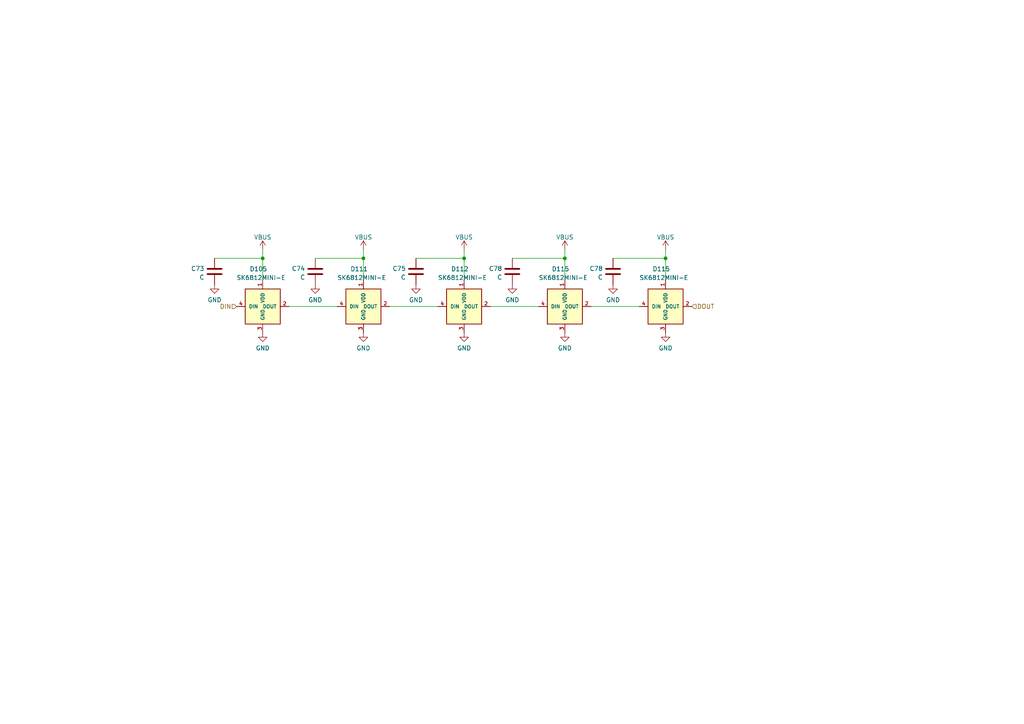
<source format=kicad_sch>
(kicad_sch (version 20230121) (generator eeschema)
  (paper "A4")
  (title_block (title "simplyKeeb-S60") (date "2022-12-18") (rev "2.0") (comment 1 "Designed by Gerrit 'Geaz' Gazic"))
  (lib_symbols
    (symbol "Device:C" (pin_numbers hide) (pin_names (offset 0.254))
      (property "Reference" "C" (at 0.635 2.54 0))
      (property "Value" "C" (at 0.635 -2.54 0))
      (symbol "C_0_1"
        (polyline (pts (xy -2.032 -0.762) (xy 2.032 -0.762)) (stroke (width 0.508)))
        (polyline (pts (xy -2.032 0.762) (xy 2.032 0.762)) (stroke (width 0.508)))
      )
      (symbol "C_1_1"
        (pin passive line (at 0 3.81 270) (length 2.794) (name "~") (number "1"))
        (pin passive line (at 0 -3.81 90) (length 2.794) (name "~") (number "2"))
      )
    )
    (symbol "power:GND" (power) (pin_names (offset 0))
      (property "Value" "GND" (at 0 -3.81 0))
      (symbol "GND_0_1"
        (polyline (pts (xy 0 0) (xy 0 -1.27) (xy 1.27 -1.27) (xy 0 -2.54) (xy -1.27 -1.27) (xy 0 -1.27)))
      )
      (symbol "GND_1_1"
        (pin power_in line (at 0 0 270) (length 0) hide (name "GND") (number "1"))
      )
    )
    (symbol "power:VBUS" (power) (pin_names (offset 0))
      (property "Value" "VBUS" (at 0 3.81 0))
      (symbol "VBUS_0_1"
        (polyline (pts (xy -0.762 1.27) (xy 0 2.54)))
        (polyline (pts (xy 0 0) (xy 0 2.54)))
        (polyline (pts (xy 0 2.54) (xy 0.762 1.27)))
      )
      (symbol "VBUS_1_1"
        (pin power_in line (at 0 0 90) (length 0) hide (name "VBUS") (number "1"))
      )
    )
    (symbol "simplyKeeb:SK6812MINI-E" (pin_names (offset 1.016))
      (property "Reference" "D" (at -3.81 8.89 0))
      (property "Value" "SK6812MINI-E" (at -7.62 6.35 0))
      (symbol "SK6812MINI-E_0_0"
        (rectangle (start -5.08 3.81) (end 5.08 -6.35) (stroke (width 0.254)) (fill (type background)))
        (pin power_in line (at 0 6.35 270) (length 2.54) (name "VDD") (number "1"))
        (pin output line (at 7.62 -1.27 180) (length 2.54) (name "DOUT") (number "2"))
        (pin power_in line (at 0 -8.89 90) (length 2.54) (name "GND") (number "3"))
        (pin input line (at -7.62 -1.27 0) (length 2.54) (name "DIN") (number "4"))
      )
    )
  )
  (junction (at 134.62 74.93))
  (junction (at 163.83 74.93))
  (junction (at 193.04 74.93))
  (junction (at 76.2 74.93))
  (junction (at 105.41 74.93))
  (wire (pts (xy 76.2 74.93) (xy 76.2 81.28)))
  (wire (pts (xy 163.83 72.39) (xy 163.83 74.93)))
  (wire (pts (xy 76.2 72.39) (xy 76.2 74.93)))
  (wire (pts (xy 105.41 72.39) (xy 105.41 74.93)))
  (wire (pts (xy 193.04 74.93) (xy 177.8 74.93)))
  (wire (pts (xy 76.2 74.93) (xy 62.23 74.93)))
  (wire (pts (xy 105.41 74.93) (xy 91.44 74.93)))
  (wire (pts (xy 134.62 74.93) (xy 134.62 81.28)))
  (wire (pts (xy 193.04 74.93) (xy 193.04 81.28)))
  (wire (pts (xy 163.83 74.93) (xy 148.59 74.93)))
  (wire (pts (xy 142.24 88.9) (xy 156.21 88.9)))
  (wire (pts (xy 134.62 74.93) (xy 120.65 74.93)))
  (wire (pts (xy 163.83 74.93) (xy 163.83 81.28)))
  (wire (pts (xy 105.41 74.93) (xy 105.41 81.28)))
  (wire (pts (xy 83.82 88.9) (xy 97.79 88.9)))
  (wire (pts (xy 113.03 88.9) (xy 127 88.9)))
  (wire (pts (xy 193.04 72.39) (xy 193.04 74.93)))
  (wire (pts (xy 171.45 88.9) (xy 185.42 88.9)))
  (wire (pts (xy 134.62 72.39) (xy 134.62 74.93)))
  (hierarchical_label "DOUT" (shape input) (at 200.66 88.9 0))
  (hierarchical_label "DIN" (shape input) (at 68.58 88.9 180))
  (symbol (lib_id "power:GND") (at 177.8 82.55 0) (unit 1)
    (property "Reference" "#PWR0208" (effects hide))
    (property "Value" "GND" (at 177.8 86.9934 0))
    (instances (project "simplyKeeb-S60c" (path "" (reference "#PWR0208") (unit 1)) (path "" (reference "#PWR0226") (unit 1)) (path "" (reference "#PWR0244") (unit 1)) (path "" (reference "#PWR0262") (unit 1)) (path "" (reference "#PWR0280") (unit 1)) (path "" (reference "#PWR042") (unit 1)) (path "" (reference "#PWR060") (unit 1)) (path "" (reference "#PWR078") (unit 1)) (path "" (reference "#PWR096") (unit 1)) (path "" (reference "#PWR0118") (unit 1)) (path "" (reference "#PWR0131") (unit 1)) (path "" (reference "#PWR0143") (unit 1)) (path "" (reference "#PWR0155") (unit 1)) (path "" (reference "#PWR0269") (unit 1)) (path "" (reference "#PWR0281") (unit 1)) (path "" (reference "#PWR0293") (unit 1)) (path "" (reference "#PWR0347") (unit 1)) (path "" (reference "#PWR0344") (unit 1))))
  )
  (symbol (lib_id "simplyKeeb:SK6812MINI-E") (at 193.04 87.63 0) (unit 1)
    (property "Reference" "D115" (at 189.23 78.74 0) (effects (justify left bottom)))
    (property "Value" "SK6812MINI-E" (at 185.42 81.28 0) (effects (justify left bottom)))
    (property "Footprint" "simplyKeeb:Choc_SK6812MINI-E" (effects hide))
    (instances (project "simplyKeeb-S60c" (path "" (reference "D115") (unit 1)) (path "" (reference "D126") (unit 1)) (path "" (reference "D132") (unit 1)) (path "" (reference "D138") (unit 1)) (path "" (reference "D144") (unit 1)) (path "" (reference "D11") (unit 1)) (path "" (reference "D22") (unit 1)) (path "" (reference "D33") (unit 1)) (path "" (reference "D44") (unit 1)) (path "" (reference "D55") (unit 1)) (path "" (reference "D94") (unit 1)) (path "" (reference "D98") (unit 1)) (path "" (reference "D102") (unit 1)) (path "" (reference "D140") (unit 1)) (path "" (reference "D144") (unit 1)) (path "" (reference "D148") (unit 1)) (path "" (reference "D166") (unit 1)) (path "" (reference "D165") (unit 1))))
  )
  (symbol (lib_id "power:GND") (at 148.59 82.55 0) (unit 1)
    (property "Reference" "#PWR0208" (effects hide))
    (property "Value" "GND" (at 148.59 86.9934 0))
    (instances (project "simplyKeeb-S60c" (path "" (reference "#PWR0208") (unit 1)) (path "" (reference "#PWR0226") (unit 1)) (path "" (reference "#PWR0244") (unit 1)) (path "" (reference "#PWR0262") (unit 1)) (path "" (reference "#PWR0280") (unit 1)) (path "" (reference "#PWR042") (unit 1)) (path "" (reference "#PWR060") (unit 1)) (path "" (reference "#PWR078") (unit 1)) (path "" (reference "#PWR096") (unit 1)) (path "" (reference "#PWR0118") (unit 1)) (path "" (reference "#PWR0131") (unit 1)) (path "" (reference "#PWR0143") (unit 1)) (path "" (reference "#PWR0155") (unit 1)) (path "" (reference "#PWR0269") (unit 1)) (path "" (reference "#PWR0281") (unit 1)) (path "" (reference "#PWR0293") (unit 1)) (path "" (reference "#PWR0341") (unit 1)) (path "" (reference "#PWR0185") (unit 1))))
  )
  (symbol (lib_id "simplyKeeb:SK6812MINI-E") (at 105.41 87.63 0) (unit 1)
    (property "Reference" "D111" (at 101.6 78.74 0) (effects (justify left bottom)))
    (property "Value" "SK6812MINI-E" (at 97.79 81.28 0) (effects (justify left bottom)))
    (property "Footprint" "simplyKeeb:Choc_SK6812MINI-E" (effects hide))
    (instances (project "simplyKeeb-S60c" (path "" (reference "D111") (unit 1)) (path "" (reference "D122") (unit 1)) (path "" (reference "D128") (unit 1)) (path "" (reference "D134") (unit 1)) (path "" (reference "D140") (unit 1)) (path "" (reference "D2") (unit 1)) (path "" (reference "D13") (unit 1)) (path "" (reference "D24") (unit 1)) (path "" (reference "D35") (unit 1)) (path "" (reference "D51") (unit 1)) (path "" (reference "D92") (unit 1)) (path "" (reference "D96") (unit 1)) (path "" (reference "D100") (unit 1)) (path "" (reference "D138") (unit 1)) (path "" (reference "D142") (unit 1)) (path "" (reference "D146") (unit 1)) (path "" (reference "D162") (unit 1)) (path "" (reference "D110") (unit 1))))
  )
  (symbol (lib_id "power:VBUS") (at 105.41 72.39 0) (unit 1)
    (property "Reference" "#PWR0197" (effects hide))
    (property "Value" "VBUS" (at 105.41 68.8142 0))
    (instances (project "simplyKeeb-S60c" (path "" (reference "#PWR0197") (unit 1)) (path "" (reference "#PWR0215") (unit 1)) (path "" (reference "#PWR0233") (unit 1)) (path "" (reference "#PWR0251") (unit 1)) (path "" (reference "#PWR0269") (unit 1)) (path "" (reference "#PWR031") (unit 1)) (path "" (reference "#PWR049") (unit 1)) (path "" (reference "#PWR067") (unit 1)) (path "" (reference "#PWR085") (unit 1)) (path "" (reference "#PWR0107") (unit 1)) (path "" (reference "#PWR0126") (unit 1)) (path "" (reference "#PWR0138") (unit 1)) (path "" (reference "#PWR0150") (unit 1)) (path "" (reference "#PWR0264") (unit 1)) (path "" (reference "#PWR0276") (unit 1)) (path "" (reference "#PWR0288") (unit 1)) (path "" (reference "#PWR0336") (unit 1)) (path "" (reference "#PWR0180") (unit 1))))
  )
  (symbol (lib_id "power:VBUS") (at 134.62 72.39 0) (unit 1)
    (property "Reference" "#PWR0200" (effects hide))
    (property "Value" "VBUS" (at 134.62 68.8142 0))
    (instances (project "simplyKeeb-S60c" (path "" (reference "#PWR0200") (unit 1)) (path "" (reference "#PWR0218") (unit 1)) (path "" (reference "#PWR0236") (unit 1)) (path "" (reference "#PWR0254") (unit 1)) (path "" (reference "#PWR0272") (unit 1)) (path "" (reference "#PWR034") (unit 1)) (path "" (reference "#PWR052") (unit 1)) (path "" (reference "#PWR070") (unit 1)) (path "" (reference "#PWR088") (unit 1)) (path "" (reference "#PWR0110") (unit 1)) (path "" (reference "#PWR0129") (unit 1)) (path "" (reference "#PWR0141") (unit 1)) (path "" (reference "#PWR0153") (unit 1)) (path "" (reference "#PWR0267") (unit 1)) (path "" (reference "#PWR0279") (unit 1)) (path "" (reference "#PWR0291") (unit 1)) (path "" (reference "#PWR0339") (unit 1)) (path "" (reference "#PWR0183") (unit 1))))
  )
  (symbol (lib_id "Device:C") (at 120.65 78.74 0) (mirror y) (unit 1)
    (property "Reference" "C75" (at 117.729 77.9053 0) (effects (justify left)))
    (property "Value" "C" (at 117.729 80.4422 0) (effects (justify left)))
    (property "Footprint" "Capacitor_SMD:C_0402_1005Metric" (effects hide))
    (instances (project "simplyKeeb-S60c" (path "" (reference "C75") (unit 1)) (path "" (reference "C81") (unit 1)) (path "" (reference "C87") (unit 1)) (path "" (reference "C93") (unit 1)) (path "" (reference "C99") (unit 1)) (path "" (reference "C21") (unit 1)) (path "" (reference "C27") (unit 1)) (path "" (reference "C33") (unit 1)) (path "" (reference "C39") (unit 1)) (path "" (reference "C45") (unit 1)) (path "" (reference "C51") (unit 1)) (path "" (reference "C55") (unit 1)) (path "" (reference "C59") (unit 1)) (path "" (reference "C97") (unit 1)) (path "" (reference "C101") (unit 1)) (path "" (reference "C105") (unit 1)) (path "" (reference "C121") (unit 1)) (path "" (reference "C69") (unit 1))))
  )
  (symbol (lib_id "power:GND") (at 91.44 82.55 0) (unit 1)
    (property "Reference" "#PWR0196" (effects hide))
    (property "Value" "GND" (at 91.44 86.9934 0))
    (instances (project "simplyKeeb-S60c" (path "" (reference "#PWR0196") (unit 1)) (path "" (reference "#PWR0214") (unit 1)) (path "" (reference "#PWR0232") (unit 1)) (path "" (reference "#PWR0250") (unit 1)) (path "" (reference "#PWR0268") (unit 1)) (path "" (reference "#PWR030") (unit 1)) (path "" (reference "#PWR048") (unit 1)) (path "" (reference "#PWR066") (unit 1)) (path "" (reference "#PWR084") (unit 1)) (path "" (reference "#PWR0106") (unit 1)) (path "" (reference "#PWR0125") (unit 1)) (path "" (reference "#PWR0137") (unit 1)) (path "" (reference "#PWR0149") (unit 1)) (path "" (reference "#PWR0263") (unit 1)) (path "" (reference "#PWR0275") (unit 1)) (path "" (reference "#PWR0287") (unit 1)) (path "" (reference "#PWR0335") (unit 1)) (path "" (reference "#PWR0179") (unit 1))))
  )
  (symbol (lib_id "Device:C") (at 177.8 78.74 0) (mirror y) (unit 1)
    (property "Reference" "C78" (at 174.879 77.9053 0) (effects (justify left)))
    (property "Value" "C" (at 174.879 80.4422 0) (effects (justify left)))
    (property "Footprint" "Capacitor_SMD:C_0402_1005Metric" (effects hide))
    (instances (project "simplyKeeb-S60c" (path "" (reference "C78") (unit 1)) (path "" (reference "C84") (unit 1)) (path "" (reference "C90") (unit 1)) (path "" (reference "C96") (unit 1)) (path "" (reference "C102") (unit 1)) (path "" (reference "C24") (unit 1)) (path "" (reference "C30") (unit 1)) (path "" (reference "C36") (unit 1)) (path "" (reference "C42") (unit 1)) (path "" (reference "C48") (unit 1)) (path "" (reference "C52") (unit 1)) (path "" (reference "C56") (unit 1)) (path "" (reference "C60") (unit 1)) (path "" (reference "C98") (unit 1)) (path "" (reference "C102") (unit 1)) (path "" (reference "C106") (unit 1)) (path "" (reference "C124") (unit 1)) (path "" (reference "C123") (unit 1))))
  )
  (symbol (lib_id "simplyKeeb:SK6812MINI-E") (at 134.62 87.63 0) (unit 1)
    (property "Reference" "D112" (at 130.81 78.74 0) (effects (justify left bottom)))
    (property "Value" "SK6812MINI-E" (at 127 81.28 0) (effects (justify left bottom)))
    (property "Footprint" "simplyKeeb:Choc_SK6812MINI-E" (effects hide))
    (instances (project "simplyKeeb-S60c" (path "" (reference "D112") (unit 1)) (path "" (reference "D123") (unit 1)) (path "" (reference "D129") (unit 1)) (path "" (reference "D135") (unit 1)) (path "" (reference "D141") (unit 1)) (path "" (reference "D3") (unit 1)) (path "" (reference "D14") (unit 1)) (path "" (reference "D25") (unit 1)) (path "" (reference "D41") (unit 1)) (path "" (reference "D52") (unit 1)) (path "" (reference "D93") (unit 1)) (path "" (reference "D97") (unit 1)) (path "" (reference "D101") (unit 1)) (path "" (reference "D139") (unit 1)) (path "" (reference "D143") (unit 1)) (path "" (reference "D147") (unit 1)) (path "" (reference "D163") (unit 1)) (path "" (reference "D111") (unit 1))))
  )
  (symbol (lib_id "power:VBUS") (at 163.83 72.39 0) (unit 1)
    (property "Reference" "#PWR0209" (effects hide))
    (property "Value" "VBUS" (at 163.83 68.8142 0))
    (instances (project "simplyKeeb-S60c" (path "" (reference "#PWR0209") (unit 1)) (path "" (reference "#PWR0227") (unit 1)) (path "" (reference "#PWR0245") (unit 1)) (path "" (reference "#PWR0263") (unit 1)) (path "" (reference "#PWR0281") (unit 1)) (path "" (reference "#PWR043") (unit 1)) (path "" (reference "#PWR061") (unit 1)) (path "" (reference "#PWR079") (unit 1)) (path "" (reference "#PWR097") (unit 1)) (path "" (reference "#PWR0119") (unit 1)) (path "" (reference "#PWR0132") (unit 1)) (path "" (reference "#PWR0144") (unit 1)) (path "" (reference "#PWR0156") (unit 1)) (path "" (reference "#PWR0270") (unit 1)) (path "" (reference "#PWR0282") (unit 1)) (path "" (reference "#PWR0294") (unit 1)) (path "" (reference "#PWR0342") (unit 1)) (path "" (reference "#PWR0186") (unit 1))))
  )
  (symbol (lib_id "simplyKeeb:SK6812MINI-E") (at 163.83 87.63 0) (unit 1)
    (property "Reference" "D115" (at 160.02 78.74 0) (effects (justify left bottom)))
    (property "Value" "SK6812MINI-E" (at 156.21 81.28 0) (effects (justify left bottom)))
    (property "Footprint" "simplyKeeb:Choc_SK6812MINI-E" (effects hide))
    (instances (project "simplyKeeb-S60c" (path "" (reference "D115") (unit 1)) (path "" (reference "D126") (unit 1)) (path "" (reference "D132") (unit 1)) (path "" (reference "D138") (unit 1)) (path "" (reference "D144") (unit 1)) (path "" (reference "D11") (unit 1)) (path "" (reference "D22") (unit 1)) (path "" (reference "D33") (unit 1)) (path "" (reference "D44") (unit 1)) (path "" (reference "D55") (unit 1)) (path "" (reference "D94") (unit 1)) (path "" (reference "D98") (unit 1)) (path "" (reference "D102") (unit 1)) (path "" (reference "D140") (unit 1)) (path "" (reference "D144") (unit 1)) (path "" (reference "D148") (unit 1)) (path "" (reference "D164") (unit 1)) (path "" (reference "D112") (unit 1))))
  )
  (symbol (lib_id "power:GND") (at 134.62 96.52 0) (unit 1)
    (property "Reference" "#PWR0201" (effects hide))
    (property "Value" "GND" (at 134.62 100.9634 0))
    (instances (project "simplyKeeb-S60c" (path "" (reference "#PWR0201") (unit 1)) (path "" (reference "#PWR0219") (unit 1)) (path "" (reference "#PWR0237") (unit 1)) (path "" (reference "#PWR0255") (unit 1)) (path "" (reference "#PWR0273") (unit 1)) (path "" (reference "#PWR035") (unit 1)) (path "" (reference "#PWR053") (unit 1)) (path "" (reference "#PWR071") (unit 1)) (path "" (reference "#PWR089") (unit 1)) (path "" (reference "#PWR0111") (unit 1)) (path "" (reference "#PWR0130") (unit 1)) (path "" (reference "#PWR0142") (unit 1)) (path "" (reference "#PWR0154") (unit 1)) (path "" (reference "#PWR0268") (unit 1)) (path "" (reference "#PWR0280") (unit 1)) (path "" (reference "#PWR0292") (unit 1)) (path "" (reference "#PWR0340") (unit 1)) (path "" (reference "#PWR0184") (unit 1))))
  )
  (symbol (lib_id "Device:C") (at 62.23 78.74 0) (mirror y) (unit 1)
    (property "Reference" "C73" (at 59.309 77.9053 0) (effects (justify left)))
    (property "Value" "C" (at 59.309 80.4422 0) (effects (justify left)))
    (property "Footprint" "Capacitor_SMD:C_0402_1005Metric" (effects hide))
    (instances (project "simplyKeeb-S60c" (path "" (reference "C73") (unit 1)) (path "" (reference "C79") (unit 1)) (path "" (reference "C85") (unit 1)) (path "" (reference "C91") (unit 1)) (path "" (reference "C97") (unit 1)) (path "" (reference "C19") (unit 1)) (path "" (reference "C25") (unit 1)) (path "" (reference "C31") (unit 1)) (path "" (reference "C37") (unit 1)) (path "" (reference "C43") (unit 1)) (path "" (reference "C49") (unit 1)) (path "" (reference "C53") (unit 1)) (path "" (reference "C57") (unit 1)) (path "" (reference "C95") (unit 1)) (path "" (reference "C99") (unit 1)) (path "" (reference "C103") (unit 1)) (path "" (reference "C119") (unit 1)) (path "" (reference "C67") (unit 1))))
  )
  (symbol (lib_id "power:VBUS") (at 193.04 72.39 0) (unit 1)
    (property "Reference" "#PWR0209" (effects hide))
    (property "Value" "VBUS" (at 193.04 68.8142 0))
    (instances (project "simplyKeeb-S60c" (path "" (reference "#PWR0209") (unit 1)) (path "" (reference "#PWR0227") (unit 1)) (path "" (reference "#PWR0245") (unit 1)) (path "" (reference "#PWR0263") (unit 1)) (path "" (reference "#PWR0281") (unit 1)) (path "" (reference "#PWR043") (unit 1)) (path "" (reference "#PWR061") (unit 1)) (path "" (reference "#PWR079") (unit 1)) (path "" (reference "#PWR097") (unit 1)) (path "" (reference "#PWR0119") (unit 1)) (path "" (reference "#PWR0132") (unit 1)) (path "" (reference "#PWR0144") (unit 1)) (path "" (reference "#PWR0156") (unit 1)) (path "" (reference "#PWR0270") (unit 1)) (path "" (reference "#PWR0282") (unit 1)) (path "" (reference "#PWR0294") (unit 1)) (path "" (reference "#PWR0348") (unit 1)) (path "" (reference "#PWR0345") (unit 1))))
  )
  (symbol (lib_id "Device:C") (at 91.44 78.74 0) (mirror y) (unit 1)
    (property "Reference" "C74" (at 88.519 77.9053 0) (effects (justify left)))
    (property "Value" "C" (at 88.519 80.4422 0) (effects (justify left)))
    (property "Footprint" "Capacitor_SMD:C_0402_1005Metric" (effects hide))
    (instances (project "simplyKeeb-S60c" (path "" (reference "C74") (unit 1)) (path "" (reference "C80") (unit 1)) (path "" (reference "C86") (unit 1)) (path "" (reference "C92") (unit 1)) (path "" (reference "C98") (unit 1)) (path "" (reference "C20") (unit 1)) (path "" (reference "C26") (unit 1)) (path "" (reference "C32") (unit 1)) (path "" (reference "C38") (unit 1)) (path "" (reference "C44") (unit 1)) (path "" (reference "C50") (unit 1)) (path "" (reference "C54") (unit 1)) (path "" (reference "C58") (unit 1)) (path "" (reference "C96") (unit 1)) (path "" (reference "C100") (unit 1)) (path "" (reference "C104") (unit 1)) (path "" (reference "C120") (unit 1)) (path "" (reference "C68") (unit 1))))
  )
  (symbol (lib_id "power:GND") (at 193.04 96.52 0) (unit 1)
    (property "Reference" "#PWR0210" (effects hide))
    (property "Value" "GND" (at 193.04 100.9634 0))
    (instances (project "simplyKeeb-S60c" (path "" (reference "#PWR0210") (unit 1)) (path "" (reference "#PWR0228") (unit 1)) (path "" (reference "#PWR0246") (unit 1)) (path "" (reference "#PWR0264") (unit 1)) (path "" (reference "#PWR0282") (unit 1)) (path "" (reference "#PWR044") (unit 1)) (path "" (reference "#PWR062") (unit 1)) (path "" (reference "#PWR080") (unit 1)) (path "" (reference "#PWR098") (unit 1)) (path "" (reference "#PWR0120") (unit 1)) (path "" (reference "#PWR0133") (unit 1)) (path "" (reference "#PWR0145") (unit 1)) (path "" (reference "#PWR0157") (unit 1)) (path "" (reference "#PWR0271") (unit 1)) (path "" (reference "#PWR0283") (unit 1)) (path "" (reference "#PWR0295") (unit 1)) (path "" (reference "#PWR0349") (unit 1)) (path "" (reference "#PWR0346") (unit 1))))
  )
  (symbol (lib_id "power:GND") (at 76.2 96.52 0) (unit 1)
    (property "Reference" "#PWR0195" (effects hide))
    (property "Value" "GND" (at 76.2 100.9634 0))
    (instances (project "simplyKeeb-S60c" (path "" (reference "#PWR0195") (unit 1)) (path "" (reference "#PWR0213") (unit 1)) (path "" (reference "#PWR0231") (unit 1)) (path "" (reference "#PWR0249") (unit 1)) (path "" (reference "#PWR0267") (unit 1)) (path "" (reference "#PWR029") (unit 1)) (path "" (reference "#PWR047") (unit 1)) (path "" (reference "#PWR065") (unit 1)) (path "" (reference "#PWR083") (unit 1)) (path "" (reference "#PWR0105") (unit 1)) (path "" (reference "#PWR0124") (unit 1)) (path "" (reference "#PWR0136") (unit 1)) (path "" (reference "#PWR0148") (unit 1)) (path "" (reference "#PWR0262") (unit 1)) (path "" (reference "#PWR0274") (unit 1)) (path "" (reference "#PWR0286") (unit 1)) (path "" (reference "#PWR0334") (unit 1)) (path "" (reference "#PWR0178") (unit 1))))
  )
  (symbol (lib_id "Device:C") (at 148.59 78.74 0) (mirror y) (unit 1)
    (property "Reference" "C78" (at 145.669 77.9053 0) (effects (justify left)))
    (property "Value" "C" (at 145.669 80.4422 0) (effects (justify left)))
    (property "Footprint" "Capacitor_SMD:C_0402_1005Metric" (effects hide))
    (instances (project "simplyKeeb-S60c" (path "" (reference "C78") (unit 1)) (path "" (reference "C84") (unit 1)) (path "" (reference "C90") (unit 1)) (path "" (reference "C96") (unit 1)) (path "" (reference "C102") (unit 1)) (path "" (reference "C24") (unit 1)) (path "" (reference "C30") (unit 1)) (path "" (reference "C36") (unit 1)) (path "" (reference "C42") (unit 1)) (path "" (reference "C48") (unit 1)) (path "" (reference "C52") (unit 1)) (path "" (reference "C56") (unit 1)) (path "" (reference "C60") (unit 1)) (path "" (reference "C98") (unit 1)) (path "" (reference "C102") (unit 1)) (path "" (reference "C106") (unit 1)) (path "" (reference "C122") (unit 1)) (path "" (reference "C70") (unit 1))))
  )
  (symbol (lib_id "simplyKeeb:SK6812MINI-E") (at 76.2 87.63 0) (unit 1)
    (property "Reference" "D105" (at 72.39 78.74 0) (effects (justify left bottom)))
    (property "Value" "SK6812MINI-E" (at 68.58 81.28 0) (effects (justify left bottom)))
    (property "Footprint" "simplyKeeb:Choc_SK6812MINI-E" (effects hide))
    (instances (project "simplyKeeb-S60c" (path "" (reference "D105") (unit 1)) (path "" (reference "D121") (unit 1)) (path "" (reference "D127") (unit 1)) (path "" (reference "D133") (unit 1)) (path "" (reference "D139") (unit 1)) (path "" (reference "D1") (unit 1)) (path "" (reference "D12") (unit 1)) (path "" (reference "D23") (unit 1)) (path "" (reference "D34") (unit 1)) (path "" (reference "D45") (unit 1)) (path "" (reference "D91") (unit 1)) (path "" (reference "D95") (unit 1)) (path "" (reference "D99") (unit 1)) (path "" (reference "D137") (unit 1)) (path "" (reference "D141") (unit 1)) (path "" (reference "D145") (unit 1)) (path "" (reference "D161") (unit 1)) (path "" (reference "D109") (unit 1))))
  )
  (symbol (lib_id "power:GND") (at 105.41 96.52 0) (unit 1)
    (property "Reference" "#PWR0198" (effects hide))
    (property "Value" "GND" (at 105.41 100.9634 0))
    (instances (project "simplyKeeb-S60c" (path "" (reference "#PWR0198") (unit 1)) (path "" (reference "#PWR0216") (unit 1)) (path "" (reference "#PWR0234") (unit 1)) (path "" (reference "#PWR0252") (unit 1)) (path "" (reference "#PWR0270") (unit 1)) (path "" (reference "#PWR032") (unit 1)) (path "" (reference "#PWR050") (unit 1)) (path "" (reference "#PWR068") (unit 1)) (path "" (reference "#PWR086") (unit 1)) (path "" (reference "#PWR0108") (unit 1)) (path "" (reference "#PWR0127") (unit 1)) (path "" (reference "#PWR0139") (unit 1)) (path "" (reference "#PWR0151") (unit 1)) (path "" (reference "#PWR0265") (unit 1)) (path "" (reference "#PWR0277") (unit 1)) (path "" (reference "#PWR0289") (unit 1)) (path "" (reference "#PWR0337") (unit 1)) (path "" (reference "#PWR0181") (unit 1))))
  )
  (symbol (lib_id "power:GND") (at 62.23 82.55 0) (unit 1)
    (property "Reference" "#PWR0193" (effects hide))
    (property "Value" "GND" (at 62.23 86.9934 0))
    (instances (project "simplyKeeb-S60c" (path "" (reference "#PWR0193") (unit 1)) (path "" (reference "#PWR0211") (unit 1)) (path "" (reference "#PWR0229") (unit 1)) (path "" (reference "#PWR0247") (unit 1)) (path "" (reference "#PWR0265") (unit 1)) (path "" (reference "#PWR014") (unit 1)) (path "" (reference "#PWR045") (unit 1)) (path "" (reference "#PWR063") (unit 1)) (path "" (reference "#PWR081") (unit 1)) (path "" (reference "#PWR099") (unit 1)) (path "" (reference "#PWR0122") (unit 1)) (path "" (reference "#PWR0134") (unit 1)) (path "" (reference "#PWR0146") (unit 1)) (path "" (reference "#PWR0260") (unit 1)) (path "" (reference "#PWR0272") (unit 1)) (path "" (reference "#PWR0284") (unit 1)) (path "" (reference "#PWR0332") (unit 1)) (path "" (reference "#PWR0176") (unit 1))))
  )
  (symbol (lib_id "power:GND") (at 163.83 96.52 0) (unit 1)
    (property "Reference" "#PWR0210" (effects hide))
    (property "Value" "GND" (at 163.83 100.9634 0))
    (instances (project "simplyKeeb-S60c" (path "" (reference "#PWR0210") (unit 1)) (path "" (reference "#PWR0228") (unit 1)) (path "" (reference "#PWR0246") (unit 1)) (path "" (reference "#PWR0264") (unit 1)) (path "" (reference "#PWR0282") (unit 1)) (path "" (reference "#PWR044") (unit 1)) (path "" (reference "#PWR062") (unit 1)) (path "" (reference "#PWR080") (unit 1)) (path "" (reference "#PWR098") (unit 1)) (path "" (reference "#PWR0120") (unit 1)) (path "" (reference "#PWR0133") (unit 1)) (path "" (reference "#PWR0145") (unit 1)) (path "" (reference "#PWR0157") (unit 1)) (path "" (reference "#PWR0271") (unit 1)) (path "" (reference "#PWR0283") (unit 1)) (path "" (reference "#PWR0295") (unit 1)) (path "" (reference "#PWR0343") (unit 1)) (path "" (reference "#PWR0187") (unit 1))))
  )
  (symbol (lib_id "power:GND") (at 120.65 82.55 0) (unit 1)
    (property "Reference" "#PWR0199" (effects hide))
    (property "Value" "GND" (at 120.65 86.9934 0))
    (instances (project "simplyKeeb-S60c" (path "" (reference "#PWR0199") (unit 1)) (path "" (reference "#PWR0217") (unit 1)) (path "" (reference "#PWR0235") (unit 1)) (path "" (reference "#PWR0253") (unit 1)) (path "" (reference "#PWR0271") (unit 1)) (path "" (reference "#PWR033") (unit 1)) (path "" (reference "#PWR051") (unit 1)) (path "" (reference "#PWR069") (unit 1)) (path "" (reference "#PWR087") (unit 1)) (path "" (reference "#PWR0109") (unit 1)) (path "" (reference "#PWR0128") (unit 1)) (path "" (reference "#PWR0140") (unit 1)) (path "" (reference "#PWR0152") (unit 1)) (path "" (reference "#PWR0266") (unit 1)) (path "" (reference "#PWR0278") (unit 1)) (path "" (reference "#PWR0290") (unit 1)) (path "" (reference "#PWR0338") (unit 1)) (path "" (reference "#PWR0182") (unit 1))))
  )
  (symbol (lib_id "power:VBUS") (at 76.2 72.39 0) (unit 1)
    (property "Reference" "#PWR0194" (effects hide))
    (property "Value" "VBUS" (at 76.2 68.8142 0))
    (instances (project "simplyKeeb-S60c" (path "" (reference "#PWR0194") (unit 1)) (path "" (reference "#PWR0212") (unit 1)) (path "" (reference "#PWR0230") (unit 1)) (path "" (reference "#PWR0248") (unit 1)) (path "" (reference "#PWR0266") (unit 1)) (path "" (reference "#PWR028") (unit 1)) (path "" (reference "#PWR046") (unit 1)) (path "" (reference "#PWR064") (unit 1)) (path "" (reference "#PWR082") (unit 1)) (path "" (reference "#PWR0100") (unit 1)) (path "" (reference "#PWR0123") (unit 1)) (path "" (reference "#PWR0135") (unit 1)) (path "" (reference "#PWR0147") (unit 1)) (path "" (reference "#PWR0261") (unit 1)) (path "" (reference "#PWR0273") (unit 1)) (path "" (reference "#PWR0285") (unit 1)) (path "" (reference "#PWR0333") (unit 1)) (path "" (reference "#PWR0177") (unit 1))))
  )
)
</source>
